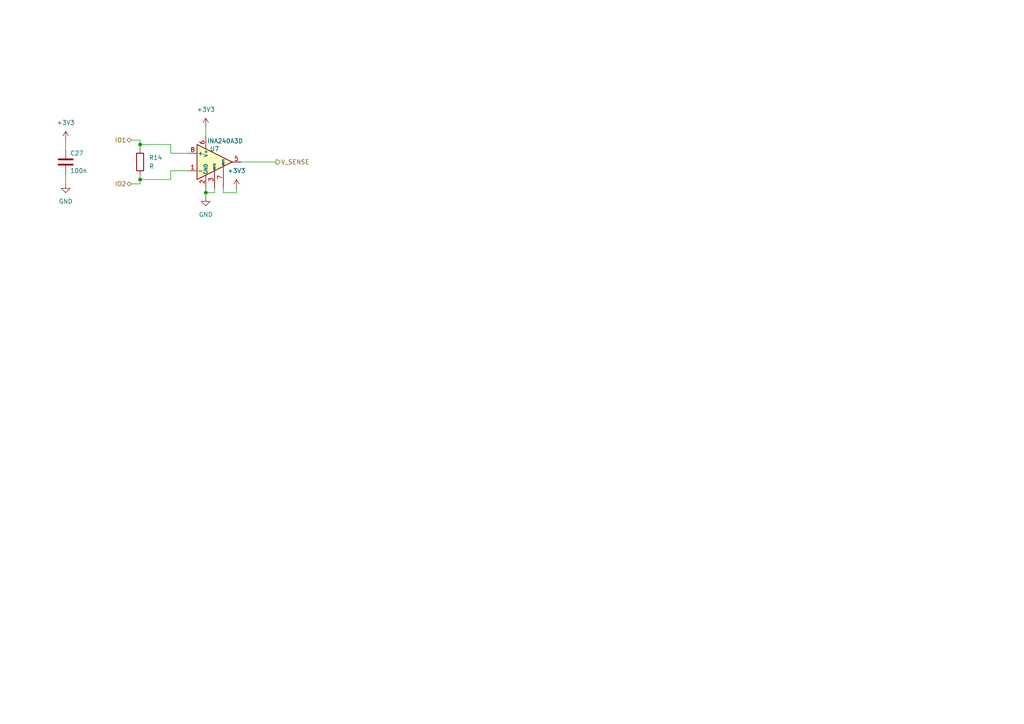
<source format=kicad_sch>
(kicad_sch (version 20231120) (generator "eeschema") (generator_version "8.0")
  (paper "A4")
  (lib_symbols
    (symbol "Amplifier_Current:INA240A3D" (pin_names (offset 0.127))
      (property "Reference" "U" (at 3.81 3.81 0))
      (property "Value" "INA240A3D" (at 3.81 -2.54 0))
      (symbol "INA240A3D_0_1"
        (polyline (pts (xy 5.08 0) (xy -5.08 5.08) (xy -5.08 -5.08) (xy 5.08 0)) (stroke (width 0.254)) (fill (type background)))
      )
      (symbol "INA240A3D_1_1"
        (pin input line (at -7.62 -2.54 0) (length 2.54) (name "-") (number "1"))
        (pin power_in line (at -2.54 -7.62 90) (length 3.81) (name "GND") (number "2"))
        (pin passive line (at 0 -7.62 90) (length 5.08) (name "REF2") (number "3"))
        (pin passive line (at -2.54 -7.62 90) (length 3.81) hide (name "GND") (number "4"))
        (pin output line (at 7.62 0 180) (length 2.54) (name "~") (number "5"))
        (pin power_in line (at -2.54 7.62 270) (length 3.81) (name "V+") (number "6"))
        (pin passive line (at 2.54 -7.62 90) (length 6.35) (name "REF1") (number "7"))
        (pin input line (at -7.62 2.54 0) (length 2.54) (name "+") (number "8"))
      )
    )
    (symbol "Device:C" (pin_numbers hide) (pin_names (offset 0.254))
      (property "Reference" "C" (at 0.635 2.54 0))
      (property "Value" "C" (at 0.635 -2.54 0))
      (symbol "C_0_1"
        (polyline (pts (xy -2.032 -0.762) (xy 2.032 -0.762)) (stroke (width 0.508)))
        (polyline (pts (xy -2.032 0.762) (xy 2.032 0.762)) (stroke (width 0.508)))
      )
      (symbol "C_1_1"
        (pin passive line (at 0 3.81 270) (length 2.794) (name "~") (number "1"))
        (pin passive line (at 0 -3.81 90) (length 2.794) (name "~") (number "2"))
      )
    )
    (symbol "Device:R" (pin_numbers hide) (pin_names (offset 0))
      (property "Reference" "R" (at 2.032 0 90))
      (property "Value" "R" (at 0 0 90))
      (symbol "R_0_1"
        (rectangle (start -1.016 -2.54) (end 1.016 2.54) (stroke (width 0.254)))
      )
      (symbol "R_1_1"
        (pin passive line (at 0 3.81 270) (length 1.27) (name "~") (number "1"))
        (pin passive line (at 0 -3.81 90) (length 1.27) (name "~") (number "2"))
      )
    )
    (symbol "power:+3V3" (power) (pin_numbers hide) (pin_names (offset 0) hide)
      (property "Value" "+3V3" (at 0 3.556 0))
      (symbol "+3V3_0_1"
        (polyline (pts (xy -0.762 1.27) (xy 0 2.54)))
        (polyline (pts (xy 0 0) (xy 0 2.54)))
        (polyline (pts (xy 0 2.54) (xy 0.762 1.27)))
      )
      (symbol "+3V3_1_1"
        (pin power_in line (at 0 0 90) (length 0) (name "~") (number "1"))
      )
    )
    (symbol "power:GND" (power) (pin_numbers hide) (pin_names (offset 0) hide)
      (property "Value" "GND" (at 0 -3.81 0))
      (symbol "GND_0_1"
        (polyline (pts (xy 0 0) (xy 0 -1.27) (xy 1.27 -1.27) (xy 0 -2.54) (xy -1.27 -1.27) (xy 0 -1.27)))
      )
      (symbol "GND_1_1"
        (pin power_in line (at 0 0 270) (length 0) (name "~") (number "1"))
      )
    )
  )
  (junction (at 40.64 41.91))
  (junction (at 59.69 55.88))
  (junction (at 40.64 52.07))
  (wire (pts (xy 59.69 55.88) (xy 59.69 57.15)))
  (wire (pts (xy 64.77 54.61) (xy 64.77 55.88)))
  (wire (pts (xy 40.64 52.07) (xy 49.53 52.07)))
  (wire (pts (xy 49.53 49.53) (xy 49.53 52.07)))
  (wire (pts (xy 54.61 49.53) (xy 49.53 49.53)))
  (wire (pts (xy 59.69 54.61) (xy 59.69 55.88)))
  (wire (pts (xy 40.64 53.34) (xy 40.64 52.07)))
  (wire (pts (xy 68.58 54.61) (xy 68.58 55.88)))
  (wire (pts (xy 40.64 40.64) (xy 38.1 40.64)))
  (wire (pts (xy 40.64 41.91) (xy 40.64 40.64)))
  (wire (pts (xy 64.77 55.88) (xy 68.58 55.88)))
  (wire (pts (xy 54.61 44.45) (xy 49.53 44.45)))
  (wire (pts (xy 49.53 41.91) (xy 40.64 41.91)))
  (wire (pts (xy 49.53 44.45) (xy 49.53 41.91)))
  (wire (pts (xy 38.1 53.34) (xy 40.64 53.34)))
  (wire (pts (xy 40.64 43.18) (xy 40.64 41.91)))
  (wire (pts (xy 19.05 40.64) (xy 19.05 43.18)))
  (wire (pts (xy 40.64 52.07) (xy 40.64 50.8)))
  (wire (pts (xy 69.85 46.99) (xy 80.01 46.99)))
  (wire (pts (xy 19.05 50.8) (xy 19.05 53.34)))
  (wire (pts (xy 62.23 54.61) (xy 62.23 55.88)))
  (wire (pts (xy 62.23 55.88) (xy 59.69 55.88)))
  (wire (pts (xy 59.69 36.83) (xy 59.69 39.37)))
  (hierarchical_label "V_SENSE" (shape output) (at 80.01 46.99 0))
  (hierarchical_label "IO2" (shape bidirectional) (at 38.1 53.34 180))
  (hierarchical_label "IO1" (shape bidirectional) (at 38.1 40.64 180))
  (symbol (lib_id "power:GND") (at 59.69 57.15 0) (unit 1)
    (property "Reference" "#PWR073" (effects (hide yes)))
    (property "Value" "GND" (at 59.69 62.23 0))
    (property "Description" "Power symbol creates a global label with name \"GND\" , ground" (effects (hide yes)))
    (instances (project "motor_unicorn" (path "" (reference "#PWR073") (unit 1)) (path "" (reference "#PWR081") (unit 1)) (path "" (reference "#PWR0123") (unit 1)) (path "" (reference "#PWR0128") (unit 1))))
  )
  (symbol (lib_id "power:+3V3") (at 59.69 36.83 0) (unit 1)
    (property "Reference" "#PWR074" (effects (hide yes)))
    (property "Value" "+3V3" (at 59.69 31.75 0))
    (property "Description" "Power symbol creates a global label with name \"+3V3\"" (effects (hide yes)))
    (instances (project "motor_unicorn" (path "" (reference "#PWR074") (unit 1)) (path "" (reference "#PWR080") (unit 1)) (path "" (reference "#PWR0122") (unit 1)) (path "" (reference "#PWR0127") (unit 1))))
  )
  (symbol (lib_id "power:GND") (at 19.05 53.34 0) (unit 1)
    (property "Reference" "#PWR076" (effects (hide yes)))
    (property "Value" "GND" (at 19.05 58.42 0))
    (property "Description" "Power symbol creates a global label with name \"GND\" , ground" (effects (hide yes)))
    (instances (project "motor_unicorn" (path "" (reference "#PWR076") (unit 1)) (path "" (reference "#PWR079") (unit 1)) (path "" (reference "#PWR0121") (unit 1)) (path "" (reference "#PWR0126") (unit 1))))
  )
  (symbol (lib_id "power:+3V3") (at 19.05 40.64 0) (unit 1)
    (property "Reference" "#PWR075" (effects (hide yes)))
    (property "Value" "+3V3" (at 19.05 35.56 0))
    (property "Description" "Power symbol creates a global label with name \"+3V3\"" (effects (hide yes)))
    (instances (project "motor_unicorn" (path "" (reference "#PWR075") (unit 1)) (path "" (reference "#PWR078") (unit 1)) (path "" (reference "#PWR0120") (unit 1)) (path "" (reference "#PWR0125") (unit 1))))
  )
  (symbol (lib_id "Device:C") (at 19.05 46.99 0) (unit 1)
    (property "Reference" "C27" (at 20.32 44.45 0) (effects (justify left)))
    (property "Value" "100n" (at 20.32 49.53 0) (effects (justify left)))
    (property "Footprint" "Capacitor_SMD:C_0402_1005Metric" (effects (hide yes)))
    (instances (project "motor_unicorn" (path "" (reference "C27") (unit 1)) (path "" (reference "C28") (unit 1)) (path "" (reference "C38") (unit 1)) (path "" (reference "C39") (unit 1))))
  )
  (symbol (lib_id "Amplifier_Current:INA240A3D") (at 62.23 46.99 0) (unit 1)
    (property "Reference" "U7" (at 62.23 43.18 0))
    (property "Value" "INA240A3D" (at 65.278 40.894 0))
    (property "Footprint" "Package_SO:SOIC-8_3.9x4.9mm_P1.27mm" (effects (hide yes)))
    (property "Datasheet" "http://www.ti.com/lit/ds/symlink/ina240.pdf" (effects (hide yes)))
    (property "Description" "High- and Low-Side, Bidirectional, Zero-Drift, Current-Sense Amplifier With Enhanced PWM Rejection, 100V/V, SOIC-8" (effects (hide yes)))
    (instances (project "motor_unicorn" (path "" (reference "U7") (unit 1)) (path "" (reference "U8") (unit 1)) (path "" (reference "U14") (unit 1)) (path "" (reference "U15") (unit 1))))
  )
  (symbol (lib_id "power:+3V3") (at 68.58 54.61 0) (unit 1)
    (property "Reference" "#PWR077" (effects (hide yes)))
    (property "Value" "+3V3" (at 68.58 49.53 0))
    (property "Description" "Power symbol creates a global label with name \"+3V3\"" (effects (hide yes)))
    (instances (project "motor_unicorn" (path "" (reference "#PWR077") (unit 1)) (path "" (reference "#PWR082") (unit 1)) (path "" (reference "#PWR0124") (unit 1)) (path "" (reference "#PWR0129") (unit 1))))
  )
  (symbol (lib_id "Device:R") (at 40.64 46.99 0) (unit 1)
    (property "Reference" "R14" (at 43.18 45.7199 0) (effects (justify left)))
    (property "Value" "R" (at 43.18 48.2599 0) (effects (justify left)))
    (property "Description" "Resistor" (effects (hide yes)))
    (instances (project "motor_unicorn" (path "" (reference "R14") (unit 1)) (path "" (reference "R15") (unit 1)) (path "" (reference "R24") (unit 1)) (path "" (reference "R25") (unit 1))))
  )
)
</source>
